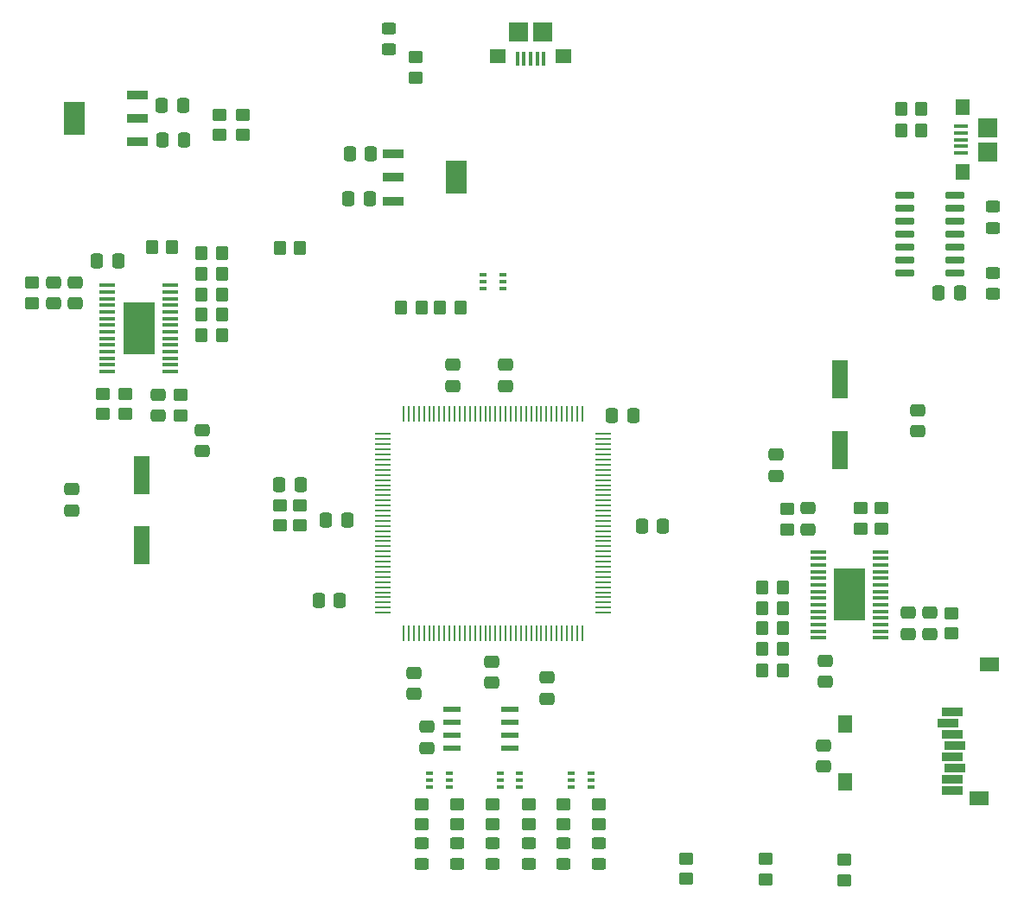
<source format=gbr>
%TF.GenerationSoftware,KiCad,Pcbnew,9.0.2*%
%TF.CreationDate,2025-06-03T12:39:49-07:00*%
%TF.ProjectId,MainBoard,4d61696e-426f-4617-9264-2e6b69636164,0.3*%
%TF.SameCoordinates,Original*%
%TF.FileFunction,Paste,Top*%
%TF.FilePolarity,Positive*%
%FSLAX46Y46*%
G04 Gerber Fmt 4.6, Leading zero omitted, Abs format (unit mm)*
G04 Created by KiCad (PCBNEW 9.0.2) date 2025-06-03 12:39:49*
%MOMM*%
%LPD*%
G01*
G04 APERTURE LIST*
G04 Aperture macros list*
%AMRoundRect*
0 Rectangle with rounded corners*
0 $1 Rounding radius*
0 $2 $3 $4 $5 $6 $7 $8 $9 X,Y pos of 4 corners*
0 Add a 4 corners polygon primitive as box body*
4,1,4,$2,$3,$4,$5,$6,$7,$8,$9,$2,$3,0*
0 Add four circle primitives for the rounded corners*
1,1,$1+$1,$2,$3*
1,1,$1+$1,$4,$5*
1,1,$1+$1,$6,$7*
1,1,$1+$1,$8,$9*
0 Add four rect primitives between the rounded corners*
20,1,$1+$1,$2,$3,$4,$5,0*
20,1,$1+$1,$4,$5,$6,$7,0*
20,1,$1+$1,$6,$7,$8,$9,0*
20,1,$1+$1,$8,$9,$2,$3,0*%
G04 Aperture macros list end*
%ADD10RoundRect,0.250000X0.450000X-0.325000X0.450000X0.325000X-0.450000X0.325000X-0.450000X-0.325000X0*%
%ADD11RoundRect,0.250000X-0.475000X0.337500X-0.475000X-0.337500X0.475000X-0.337500X0.475000X0.337500X0*%
%ADD12RoundRect,0.250000X0.450000X-0.350000X0.450000X0.350000X-0.450000X0.350000X-0.450000X-0.350000X0*%
%ADD13RoundRect,0.250000X0.337500X0.475000X-0.337500X0.475000X-0.337500X-0.475000X0.337500X-0.475000X0*%
%ADD14RoundRect,0.250000X0.475000X-0.337500X0.475000X0.337500X-0.475000X0.337500X-0.475000X-0.337500X0*%
%ADD15RoundRect,0.250000X-0.350000X-0.450000X0.350000X-0.450000X0.350000X0.450000X-0.350000X0.450000X0*%
%ADD16R,0.650000X0.400000*%
%ADD17RoundRect,0.250000X-0.450000X0.350000X-0.450000X-0.350000X0.450000X-0.350000X0.450000X0.350000X0*%
%ADD18RoundRect,0.250000X0.350000X0.450000X-0.350000X0.450000X-0.350000X-0.450000X0.350000X-0.450000X0*%
%ADD19R,1.599999X0.449999*%
%ADD20R,3.099999X5.180000*%
%ADD21RoundRect,0.090000X0.865000X0.210000X-0.865000X0.210000X-0.865000X-0.210000X0.865000X-0.210000X0*%
%ADD22RoundRect,0.250000X-0.450000X0.325000X-0.450000X-0.325000X0.450000X-0.325000X0.450000X0.325000X0*%
%ADD23R,1.562100X0.279400*%
%ADD24R,0.279400X1.562100*%
%ADD25R,1.600200X3.810000*%
%ADD26R,2.066000X0.901600*%
%ADD27R,2.066000X3.201599*%
%ADD28R,1.663700X0.533400*%
%ADD29R,1.350000X0.400000*%
%ADD30R,1.400000X1.600000*%
%ADD31R,1.900000X1.900000*%
%ADD32RoundRect,0.250000X-0.337500X-0.475000X0.337500X-0.475000X0.337500X0.475000X-0.337500X0.475000X0*%
%ADD33R,0.400000X1.350000*%
%ADD34R,1.600000X1.400000*%
%ADD35R,1.397000X1.803400*%
%ADD36R,1.905000X1.397000*%
%ADD37R,2.006600X0.812800*%
G04 APERTURE END LIST*
D10*
%TO.C,D5*%
X215400000Y-165400000D03*
X215400000Y-163350000D03*
%TD*%
D11*
%TO.C,C10*%
X207700000Y-146662500D03*
X207700000Y-148737500D03*
%TD*%
D12*
%TO.C,R29*%
X253500000Y-132500000D03*
X253500000Y-130500000D03*
%TD*%
D13*
%TO.C,C13*%
X203337500Y-100200000D03*
X201262500Y-100200000D03*
%TD*%
%TO.C,C3*%
X200400000Y-139550000D03*
X198325000Y-139550000D03*
%TD*%
D11*
%TO.C,C36*%
X208900000Y-151925000D03*
X208900000Y-154000000D03*
%TD*%
%TO.C,C28*%
X257050000Y-120887500D03*
X257050000Y-122962500D03*
%TD*%
D14*
%TO.C,C7*%
X216600000Y-118537500D03*
X216600000Y-116462500D03*
%TD*%
D11*
%TO.C,C6*%
X211500000Y-116462500D03*
X211500000Y-118537500D03*
%TD*%
D15*
%TO.C,R33*%
X241800000Y-144300000D03*
X243800000Y-144300000D03*
%TD*%
D11*
%TO.C,C32*%
X243100000Y-125262500D03*
X243100000Y-127337500D03*
%TD*%
D16*
%TO.C,U6*%
X218000000Y-157800000D03*
X218000000Y-157150000D03*
X218000000Y-156500000D03*
X216100000Y-156500000D03*
X216100000Y-157150000D03*
X216100000Y-157800000D03*
%TD*%
D12*
%TO.C,R12*%
X242100128Y-166875000D03*
X242100128Y-164875000D03*
%TD*%
D11*
%TO.C,C31*%
X256131250Y-140762500D03*
X256131250Y-142837500D03*
%TD*%
D14*
%TO.C,C23*%
X174500000Y-110437500D03*
X174500000Y-108362500D03*
%TD*%
D17*
%TO.C,R28*%
X251400000Y-130500000D03*
X251400000Y-132500000D03*
%TD*%
D14*
%TO.C,C9*%
X215250000Y-147637500D03*
X215250000Y-145562500D03*
%TD*%
D18*
%TO.C,R40*%
X184000000Y-104900000D03*
X182000000Y-104900000D03*
%TD*%
D19*
%TO.C,U10*%
X177650001Y-108674999D03*
X177650001Y-109325000D03*
X177650001Y-109974999D03*
X177650001Y-110625000D03*
X177650001Y-111274998D03*
X177650001Y-111925000D03*
X177650001Y-112574998D03*
X177650001Y-113225000D03*
X177650001Y-113874998D03*
X177650001Y-114525000D03*
X177650001Y-115174998D03*
X177650001Y-115824999D03*
X177650001Y-116474998D03*
X177650001Y-117124999D03*
X183750002Y-117124999D03*
X183750002Y-116474998D03*
X183750002Y-115824999D03*
X183750002Y-115174998D03*
X183750002Y-114525000D03*
X183750002Y-113874998D03*
X183750002Y-113225000D03*
X183750002Y-112574998D03*
X183750002Y-111925000D03*
X183750002Y-111274998D03*
X183750002Y-110625000D03*
X183750002Y-109974999D03*
X183750002Y-109325000D03*
X183750002Y-108674999D03*
D20*
X180700000Y-112899999D03*
%TD*%
D17*
%TO.C,R5*%
X208400000Y-159500000D03*
X208400000Y-161500000D03*
%TD*%
D10*
%TO.C,D2*%
X211900000Y-165400000D03*
X211900000Y-163350000D03*
%TD*%
D21*
%TO.C,U9*%
X260700000Y-107470000D03*
X260700000Y-106200000D03*
X260700000Y-104930000D03*
X260700000Y-103660000D03*
X260700000Y-102390000D03*
X260700000Y-101120000D03*
X260700000Y-99850000D03*
X255780000Y-99850000D03*
X255780000Y-101120000D03*
X255780000Y-102390000D03*
X255780000Y-103660000D03*
X255780000Y-104930000D03*
X255780000Y-106200000D03*
X255780000Y-107470000D03*
%TD*%
D14*
%TO.C,C8*%
X220700000Y-149168750D03*
X220700000Y-147093750D03*
%TD*%
D17*
%TO.C,R35*%
X260331250Y-140800000D03*
X260331250Y-142800000D03*
%TD*%
D18*
%TO.C,R22*%
X188850000Y-109550000D03*
X186850000Y-109550000D03*
%TD*%
D10*
%TO.C,D3*%
X208400000Y-165400000D03*
X208400000Y-163350000D03*
%TD*%
D17*
%TO.C,R6*%
X218900000Y-159500000D03*
X218900000Y-161500000D03*
%TD*%
D19*
%TO.C,U13*%
X253349999Y-143224999D03*
X253349999Y-142574998D03*
X253349999Y-141924999D03*
X253349999Y-141274998D03*
X253349999Y-140625000D03*
X253349999Y-139974998D03*
X253349999Y-139325000D03*
X253349999Y-138674998D03*
X253349999Y-138025000D03*
X253349999Y-137374998D03*
X253349999Y-136725000D03*
X253349999Y-136074999D03*
X253349999Y-135425000D03*
X253349999Y-134774999D03*
X247249998Y-134774999D03*
X247249998Y-135425000D03*
X247249998Y-136074999D03*
X247249998Y-136725000D03*
X247249998Y-137374998D03*
X247249998Y-138025000D03*
X247249998Y-138674998D03*
X247249998Y-139325000D03*
X247249998Y-139974998D03*
X247249998Y-140625000D03*
X247249998Y-141274998D03*
X247249998Y-141924999D03*
X247249998Y-142574998D03*
X247249998Y-143224999D03*
D20*
X250300000Y-138999999D03*
%TD*%
D22*
%TO.C,D1*%
X205200000Y-83475000D03*
X205200000Y-85525000D03*
%TD*%
D11*
%TO.C,C29*%
X248000000Y-145462500D03*
X248000000Y-147537500D03*
%TD*%
D16*
%TO.C,U7*%
X225000000Y-157800000D03*
X225000000Y-157150000D03*
X225000000Y-156500000D03*
X223100000Y-156500000D03*
X223100000Y-157150000D03*
X223100000Y-157800000D03*
%TD*%
D15*
%TO.C,R30*%
X241800000Y-138300000D03*
X243800000Y-138300000D03*
%TD*%
D17*
%TO.C,R1*%
X194500000Y-130200000D03*
X194500000Y-132200000D03*
%TD*%
D12*
%TO.C,R25*%
X170200000Y-110400000D03*
X170200000Y-108400000D03*
%TD*%
D15*
%TO.C,R32*%
X241800000Y-142300000D03*
X243800000Y-142300000D03*
%TD*%
%TO.C,R16*%
X255400000Y-93500000D03*
X257400000Y-93500000D03*
%TD*%
D17*
%TO.C,R7*%
X215400000Y-159500000D03*
X215400000Y-161500000D03*
%TD*%
D22*
%TO.C,D10*%
X264400000Y-107475000D03*
X264400000Y-109525000D03*
%TD*%
D23*
%TO.C,U1*%
X204624050Y-123250000D03*
X204624050Y-123749999D03*
X204624050Y-124250000D03*
X204624050Y-124749999D03*
X204624050Y-125250001D03*
X204624050Y-125750000D03*
X204624050Y-126249999D03*
X204624050Y-126750000D03*
X204624050Y-127249999D03*
X204624050Y-127750001D03*
X204624050Y-128250000D03*
X204624050Y-128749999D03*
X204624050Y-129250000D03*
X204624050Y-129749999D03*
X204624050Y-130250001D03*
X204624050Y-130750000D03*
X204624050Y-131249999D03*
X204624050Y-131750000D03*
X204624050Y-132250000D03*
X204624050Y-132749998D03*
X204624050Y-133250000D03*
X204624050Y-133749999D03*
X204624050Y-134250001D03*
X204624050Y-134750000D03*
X204624050Y-135249999D03*
X204624050Y-135750000D03*
X204624050Y-136249999D03*
X204624050Y-136750001D03*
X204624050Y-137250000D03*
X204624050Y-137749999D03*
X204624050Y-138250000D03*
X204624050Y-138749999D03*
X204624050Y-139250001D03*
X204624050Y-139750000D03*
X204624050Y-140249999D03*
X204624050Y-140750000D03*
D24*
X206650000Y-142775950D03*
X207149999Y-142775950D03*
X207650000Y-142775950D03*
X208149999Y-142775950D03*
X208650001Y-142775950D03*
X209150000Y-142775950D03*
X209649999Y-142775950D03*
X210150000Y-142775950D03*
X210649999Y-142775950D03*
X211150001Y-142775950D03*
X211650000Y-142775950D03*
X212149999Y-142775950D03*
X212650000Y-142775950D03*
X213149999Y-142775950D03*
X213650001Y-142775950D03*
X214150000Y-142775950D03*
X214649999Y-142775950D03*
X215150000Y-142775950D03*
X215650000Y-142775950D03*
X216150001Y-142775950D03*
X216650000Y-142775950D03*
X217149999Y-142775950D03*
X217650001Y-142775950D03*
X218150000Y-142775950D03*
X218650001Y-142775950D03*
X219150000Y-142775950D03*
X219649999Y-142775950D03*
X220150001Y-142775950D03*
X220650000Y-142775950D03*
X221150001Y-142775950D03*
X221650000Y-142775950D03*
X222149999Y-142775950D03*
X222650001Y-142775950D03*
X223150000Y-142775950D03*
X223650001Y-142775950D03*
X224150000Y-142775950D03*
D23*
X226175950Y-140750000D03*
X226175950Y-140250001D03*
X226175950Y-139750000D03*
X226175950Y-139250001D03*
X226175950Y-138749999D03*
X226175950Y-138250000D03*
X226175950Y-137750001D03*
X226175950Y-137250000D03*
X226175950Y-136750001D03*
X226175950Y-136249999D03*
X226175950Y-135750000D03*
X226175950Y-135250001D03*
X226175950Y-134750000D03*
X226175950Y-134250001D03*
X226175950Y-133749999D03*
X226175950Y-133250000D03*
X226175950Y-132750001D03*
X226175950Y-132250000D03*
X226175950Y-131750000D03*
X226175950Y-131249999D03*
X226175950Y-130750000D03*
X226175950Y-130250001D03*
X226175950Y-129749999D03*
X226175950Y-129250000D03*
X226175950Y-128749999D03*
X226175950Y-128250000D03*
X226175950Y-127750001D03*
X226175950Y-127249999D03*
X226175950Y-126750000D03*
X226175950Y-126249999D03*
X226175950Y-125750000D03*
X226175950Y-125250001D03*
X226175950Y-124749999D03*
X226175950Y-124250000D03*
X226175950Y-123749999D03*
X226175950Y-123250000D03*
D24*
X224150000Y-121224050D03*
X223650001Y-121224050D03*
X223150000Y-121224050D03*
X222650001Y-121224050D03*
X222149999Y-121224050D03*
X221650000Y-121224050D03*
X221150001Y-121224050D03*
X220650000Y-121224050D03*
X220150001Y-121224050D03*
X219649999Y-121224050D03*
X219150000Y-121224050D03*
X218650001Y-121224050D03*
X218150000Y-121224050D03*
X217650001Y-121224050D03*
X217149999Y-121224050D03*
X216650000Y-121224050D03*
X216150001Y-121224050D03*
X215650000Y-121224050D03*
X215150000Y-121224050D03*
X214649999Y-121224050D03*
X214150000Y-121224050D03*
X213650001Y-121224050D03*
X213149999Y-121224050D03*
X212650000Y-121224050D03*
X212149999Y-121224050D03*
X211650000Y-121224050D03*
X211150001Y-121224050D03*
X210649999Y-121224050D03*
X210150000Y-121224050D03*
X209649999Y-121224050D03*
X209150000Y-121224050D03*
X208650001Y-121224050D03*
X208149999Y-121224050D03*
X207650000Y-121224050D03*
X207149999Y-121224050D03*
X206650000Y-121224050D03*
%TD*%
D15*
%TO.C,R31*%
X241800000Y-140300000D03*
X243800000Y-140300000D03*
%TD*%
D17*
%TO.C,R17*%
X184800000Y-119400000D03*
X184800000Y-121400000D03*
%TD*%
D16*
%TO.C,U5*%
X211100000Y-157800000D03*
X211100000Y-157150000D03*
X211100000Y-156500000D03*
X209200000Y-156500000D03*
X209200000Y-157150000D03*
X209200000Y-157800000D03*
%TD*%
D25*
%TO.C,C33*%
X249400000Y-124800000D03*
X249400000Y-117891200D03*
%TD*%
D18*
%TO.C,R37*%
X196500000Y-105000000D03*
X194500000Y-105000000D03*
%TD*%
D26*
%TO.C,U2*%
X205624200Y-95800000D03*
X205624200Y-98100000D03*
X205624200Y-100400000D03*
D27*
X211775800Y-98100000D03*
%TD*%
D28*
%TO.C,U15*%
X217025750Y-154005000D03*
X217025750Y-152735000D03*
X217025750Y-151465000D03*
X217025750Y-150195000D03*
X211374250Y-150195000D03*
X211374250Y-151465000D03*
X211374250Y-152735000D03*
X211374250Y-154005000D03*
%TD*%
D29*
%TO.C,J9*%
X261225000Y-95700000D03*
X261225000Y-95050000D03*
X261225000Y-94400000D03*
X261225000Y-93750000D03*
X261225000Y-93100000D03*
D30*
X261450000Y-97600000D03*
X261450000Y-91200000D03*
D31*
X263900000Y-93200000D03*
X263900000Y-95600000D03*
%TD*%
D13*
%TO.C,C4*%
X201137500Y-131650000D03*
X199062500Y-131650000D03*
%TD*%
D12*
%TO.C,R39*%
X188650000Y-93950000D03*
X188650000Y-91950000D03*
%TD*%
%TO.C,R13*%
X249840128Y-166975000D03*
X249840128Y-164975000D03*
%TD*%
%TO.C,R38*%
X190900000Y-93950000D03*
X190900000Y-91950000D03*
%TD*%
D14*
%TO.C,C22*%
X172400000Y-110437500D03*
X172400000Y-108362500D03*
%TD*%
D10*
%TO.C,D4*%
X218900000Y-165400000D03*
X218900000Y-163350000D03*
%TD*%
D12*
%TO.C,R14*%
X234310128Y-166851200D03*
X234310128Y-164851200D03*
%TD*%
D11*
%TO.C,C20*%
X182600000Y-119362500D03*
X182600000Y-121437500D03*
%TD*%
D12*
%TO.C,R3*%
X207800000Y-88300000D03*
X207800000Y-86300000D03*
%TD*%
D14*
%TO.C,C24*%
X186900000Y-124937500D03*
X186900000Y-122862500D03*
%TD*%
D18*
%TO.C,R20*%
X188850000Y-113550000D03*
X186850000Y-113550000D03*
%TD*%
D13*
%TO.C,C5*%
X229137500Y-121400000D03*
X227062500Y-121400000D03*
%TD*%
D12*
%TO.C,R27*%
X244200000Y-132600000D03*
X244200000Y-130600000D03*
%TD*%
D16*
%TO.C,U8*%
X214450000Y-107650000D03*
X214450000Y-108300000D03*
X214450000Y-108950000D03*
X216350000Y-108950000D03*
X216350000Y-108300000D03*
X216350000Y-107650000D03*
%TD*%
D12*
%TO.C,R18*%
X179400000Y-121300000D03*
X179400000Y-119300000D03*
%TD*%
D10*
%TO.C,D6*%
X225800000Y-165400000D03*
X225800000Y-163350000D03*
%TD*%
D32*
%TO.C,C1*%
X194462500Y-128200000D03*
X196537500Y-128200000D03*
%TD*%
%TO.C,C14*%
X182962500Y-91000000D03*
X185037500Y-91000000D03*
%TD*%
D10*
%TO.C,D7*%
X222300000Y-165400000D03*
X222300000Y-163350000D03*
%TD*%
D17*
%TO.C,R4*%
X211900000Y-159500000D03*
X211900000Y-161500000D03*
%TD*%
D15*
%TO.C,R11*%
X206410000Y-110876200D03*
X208410000Y-110876200D03*
%TD*%
D14*
%TO.C,C30*%
X258231250Y-142837500D03*
X258231250Y-140762500D03*
%TD*%
D12*
%TO.C,R2*%
X196500000Y-132200000D03*
X196500000Y-130200000D03*
%TD*%
D33*
%TO.C,J4*%
X220400000Y-86475000D03*
X219750000Y-86475000D03*
X219100000Y-86475000D03*
X218450000Y-86475000D03*
X217800000Y-86475000D03*
D34*
X222300000Y-86250000D03*
X215900000Y-86250000D03*
D31*
X217900000Y-83800000D03*
X220300000Y-83800000D03*
%TD*%
D26*
%TO.C,U3*%
X180575800Y-94628500D03*
X180575800Y-92328500D03*
X180575800Y-90028500D03*
D27*
X174424200Y-92328500D03*
%TD*%
D32*
%TO.C,C12*%
X183062500Y-94400000D03*
X185137500Y-94400000D03*
%TD*%
D15*
%TO.C,R34*%
X241800000Y-146400000D03*
X243800000Y-146400000D03*
%TD*%
D17*
%TO.C,R8*%
X225800000Y-159500000D03*
X225800000Y-161500000D03*
%TD*%
D14*
%TO.C,C35*%
X247800000Y-155837500D03*
X247800000Y-153762500D03*
%TD*%
D13*
%TO.C,C19*%
X261137500Y-109400000D03*
X259062500Y-109400000D03*
%TD*%
D14*
%TO.C,C27*%
X174150000Y-130707500D03*
X174150000Y-128632500D03*
%TD*%
D15*
%TO.C,R15*%
X255400000Y-91400000D03*
X257400000Y-91400000D03*
%TD*%
D13*
%TO.C,C21*%
X178675000Y-106300000D03*
X176600000Y-106300000D03*
%TD*%
D18*
%TO.C,R10*%
X212210000Y-110876200D03*
X210210000Y-110876200D03*
%TD*%
D10*
%TO.C,D9*%
X264400000Y-103025000D03*
X264400000Y-100975000D03*
%TD*%
D18*
%TO.C,R23*%
X188850000Y-107550000D03*
X186850000Y-107550000D03*
%TD*%
D13*
%TO.C,C2*%
X232087500Y-132250000D03*
X230012500Y-132250000D03*
%TD*%
D18*
%TO.C,R24*%
X188850000Y-105550000D03*
X186850000Y-105550000D03*
%TD*%
D17*
%TO.C,R9*%
X222300000Y-159500000D03*
X222300000Y-161500000D03*
%TD*%
D18*
%TO.C,R21*%
X188850000Y-111550000D03*
X186850000Y-111550000D03*
%TD*%
D17*
%TO.C,R19*%
X177200000Y-119300000D03*
X177200000Y-121300000D03*
%TD*%
D25*
%TO.C,C25*%
X181000000Y-127240900D03*
X181000000Y-134149700D03*
%TD*%
D35*
%TO.C,J17*%
X249878399Y-157350000D03*
X249878399Y-151649999D03*
D36*
X263028401Y-158950000D03*
X264028401Y-145799998D03*
D37*
X260428401Y-150459999D03*
X260028402Y-151560073D03*
X260428401Y-152659999D03*
X260628401Y-153760000D03*
X260428401Y-154860000D03*
X260628401Y-155960000D03*
X260428401Y-157060001D03*
X260428401Y-158160001D03*
%TD*%
D13*
%TO.C,C11*%
X203437500Y-95800000D03*
X201362500Y-95800000D03*
%TD*%
D14*
%TO.C,C26*%
X246300000Y-132600000D03*
X246300000Y-130525000D03*
%TD*%
M02*

</source>
